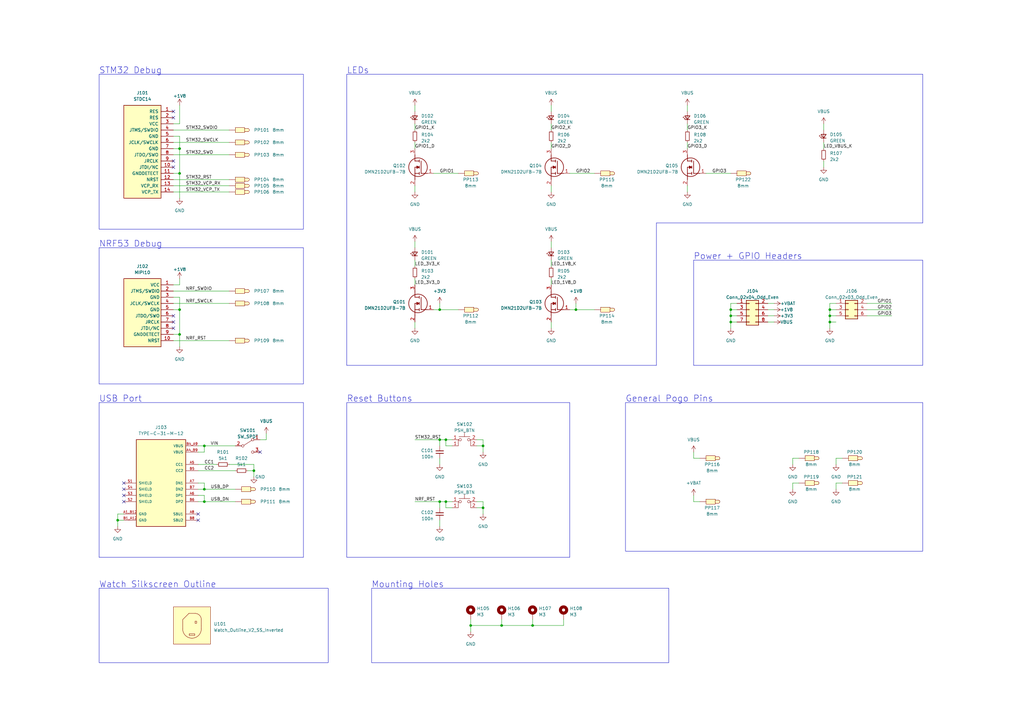
<source format=kicad_sch>
(kicad_sch (version 20230121) (generator eeschema)
  (paper "A3")
  (title_block (title "Watch Test Rig") (date "2023-12-30") (rev "2") (comment 1 "Checked by Ben Smith 30/12/23"))
  (lib_symbols
    (symbol "Connector_Generic:Conn_02x03_Odd_Even" (pin_names (offset 1.016) hide)
      (property "Reference" "J" (at 1.27 5.08 0))
      (property "Value" "Conn_02x03_Odd_Even" (at 1.27 -5.08 0))
      (symbol "Conn_02x03_Odd_Even_1_1"
        (rectangle (start -1.27 -2.413) (end 0 -2.667) (stroke (width 0.1524)))
        (rectangle (start -1.27 0.127) (end 0 -0.127) (stroke (width 0.1524)))
        (rectangle (start -1.27 2.667) (end 0 2.413) (stroke (width 0.1524)))
        (rectangle (start -1.27 3.81) (end 3.81 -3.81) (stroke (width 0.254)) (fill (type background)))
        (rectangle (start 3.81 -2.413) (end 2.54 -2.667) (stroke (width 0.1524)))
        (rectangle (start 3.81 0.127) (end 2.54 -0.127) (stroke (width 0.1524)))
        (rectangle (start 3.81 2.667) (end 2.54 2.413) (stroke (width 0.1524)))
        (pin passive line (at -5.08 2.54 0) (length 3.81) (name "Pin_1") (number "1"))
        (pin passive line (at 7.62 2.54 180) (length 3.81) (name "Pin_2") (number "2"))
        (pin passive line (at -5.08 0 0) (length 3.81) (name "Pin_3") (number "3"))
        (pin passive line (at 7.62 0 180) (length 3.81) (name "Pin_4") (number "4"))
        (pin passive line (at -5.08 -2.54 0) (length 3.81) (name "Pin_5") (number "5"))
        (pin passive line (at 7.62 -2.54 180) (length 3.81) (name "Pin_6") (number "6"))
      )
    )
    (symbol "Connector_Generic:Conn_02x04_Odd_Even" (pin_names (offset 1.016) hide)
      (property "Reference" "J" (at 1.27 5.08 0))
      (property "Value" "Conn_02x04_Odd_Even" (at 1.27 -7.62 0))
      (symbol "Conn_02x04_Odd_Even_1_1"
        (rectangle (start -1.27 -4.953) (end 0 -5.207) (stroke (width 0.1524)))
        (rectangle (start -1.27 -2.413) (end 0 -2.667) (stroke (width 0.1524)))
        (rectangle (start -1.27 0.127) (end 0 -0.127) (stroke (width 0.1524)))
        (rectangle (start -1.27 2.667) (end 0 2.413) (stroke (width 0.1524)))
        (rectangle (start -1.27 3.81) (end 3.81 -6.35) (stroke (width 0.254)) (fill (type background)))
        (rectangle (start 3.81 -4.953) (end 2.54 -5.207) (stroke (width 0.1524)))
        (rectangle (start 3.81 -2.413) (end 2.54 -2.667) (stroke (width 0.1524)))
        (rectangle (start 3.81 0.127) (end 2.54 -0.127) (stroke (width 0.1524)))
        (rectangle (start 3.81 2.667) (end 2.54 2.413) (stroke (width 0.1524)))
        (pin passive line (at -5.08 2.54 0) (length 3.81) (name "Pin_1") (number "1"))
        (pin passive line (at 7.62 2.54 180) (length 3.81) (name "Pin_2") (number "2"))
        (pin passive line (at -5.08 0 0) (length 3.81) (name "Pin_3") (number "3"))
        (pin passive line (at 7.62 0 180) (length 3.81) (name "Pin_4") (number "4"))
        (pin passive line (at -5.08 -2.54 0) (length 3.81) (name "Pin_5") (number "5"))
        (pin passive line (at 7.62 -2.54 180) (length 3.81) (name "Pin_6") (number "6"))
        (pin passive line (at -5.08 -5.08 0) (length 3.81) (name "Pin_7") (number "7"))
        (pin passive line (at 7.62 -5.08 180) (length 3.81) (name "Pin_8") (number "8"))
      )
    )
    (symbol "DMN21D2UFB-7B:DMN21D2UFB-7B" (pin_names hide)
      (property "Reference" "Q" (at 11.43 3.81 0))
      (property "Value" "DMN21D2UFB-7B" (at 11.43 1.27 0))
      (symbol "DMN21D2UFB-7B_1_1"
        (polyline (pts (xy 2.54 0) (xy 5.08 0)) (stroke (width 0.254)))
        (polyline (pts (xy 5.08 5.08) (xy 5.08 0)) (stroke (width 0.254)))
        (polyline (pts (xy 5.842 -0.508) (xy 5.842 0.508)) (stroke (width 0.254)))
        (polyline (pts (xy 5.842 0) (xy 7.62 0)) (stroke (width 0.254)))
        (polyline (pts (xy 5.842 2.032) (xy 5.842 3.048)) (stroke (width 0.254)))
        (polyline (pts (xy 5.842 5.588) (xy 5.842 4.572)) (stroke (width 0.254)))
        (polyline (pts (xy 7.62 2.54) (xy 5.842 2.54)) (stroke (width 0.254)))
        (polyline (pts (xy 7.62 2.54) (xy 7.62 -2.54)) (stroke (width 0.254)))
        (polyline (pts (xy 7.62 5.08) (xy 5.842 5.08)) (stroke (width 0.254)))
        (polyline (pts (xy 7.62 5.08) (xy 7.62 7.62)) (stroke (width 0.254)))
        (polyline (pts (xy 5.842 2.54) (xy 6.858 3.048) (xy 6.858 2.032) (xy 5.842 2.54)) (stroke (width 0.254)) (fill (type outline)))
        (circle (center 6.35 2.54) (radius 3.81) (stroke (width 0.254)))
        (pin passive line (at 0 0 0) (length 2.54) (name "G") (number "1"))
        (pin passive line (at 7.62 -5.08 90) (length 2.54) (name "S") (number "2"))
        (pin passive line (at 7.62 10.16 270) (length 2.54) (name "D") (number "3"))
      )
    )
    (symbol "Device:C_Small" (pin_numbers hide) (pin_names (offset 0.254) hide)
      (property "Reference" "C" (at 0.254 1.778 0))
      (property "Value" "C_Small" (at 0.254 -2.032 0))
      (symbol "C_Small_0_1"
        (polyline (pts (xy -1.524 -0.508) (xy 1.524 -0.508)) (stroke (width 0.3302)))
        (polyline (pts (xy -1.524 0.508) (xy 1.524 0.508)) (stroke (width 0.3048)))
      )
      (symbol "C_Small_1_1"
        (pin passive line (at 0 2.54 270) (length 2.032) (name "~") (number "1"))
        (pin passive line (at 0 -2.54 90) (length 2.032) (name "~") (number "2"))
      )
    )
    (symbol "Device:LED_Small" (pin_numbers hide) (pin_names (offset 0.254) hide)
      (property "Reference" "D" (at -1.27 3.175 0))
      (property "Value" "LED_Small" (at -4.445 -2.54 0))
      (symbol "LED_Small_0_1"
        (polyline (pts (xy -0.762 -1.016) (xy -0.762 1.016)) (stroke (width 0.254)))
        (polyline (pts (xy 1.016 0) (xy -0.762 0)))
        (polyline (pts (xy 0.762 -1.016) (xy -0.762 0) (xy 0.762 1.016) (xy 0.762 -1.016)) (stroke (width 0.254)))
        (polyline (pts (xy 0 0.762) (xy -0.508 1.27) (xy -0.254 1.27) (xy -0.508 1.27) (xy -0.508 1.016)))
        (polyline (pts (xy 0.508 1.27) (xy 0 1.778) (xy 0.254 1.778) (xy 0 1.778) (xy 0 1.524)))
      )
      (symbol "LED_Small_1_1"
        (pin passive line (at -2.54 0 0) (length 1.778) (name "K") (number "1"))
        (pin passive line (at 2.54 0 180) (length 1.778) (name "A") (number "2"))
      )
    )
    (symbol "Device:R_Small" (pin_numbers hide) (pin_names (offset 0.254) hide)
      (property "Reference" "R" (at 0.762 0.508 0))
      (property "Value" "R_Small" (at 0.762 -1.016 0))
      (symbol "R_Small_0_1"
        (rectangle (start -0.762 1.778) (end 0.762 -1.778) (stroke (width 0.2032)))
      )
      (symbol "R_Small_1_1"
        (pin passive line (at 0 2.54 270) (length 0.762) (name "~") (number "1"))
        (pin passive line (at 0 -2.54 90) (length 0.762) (name "~") (number "2"))
      )
    )
    (symbol "Mechanical:MountingHole_Pad" (pin_numbers hide) (pin_names (offset 1.016) hide)
      (property "Reference" "H" (at 0 6.35 0))
      (property "Value" "MountingHole_Pad" (at 0 4.445 0))
      (symbol "MountingHole_Pad_0_1"
        (circle (center 0 1.27) (radius 1.27) (stroke (width 1.27)))
      )
      (symbol "MountingHole_Pad_1_1"
        (pin input line (at 0 -2.54 90) (length 2.54) (name "1") (number "1"))
      )
    )
    (symbol "Switch:SW_SPDT" (pin_names (offset 0) hide)
      (property "Reference" "SW" (at 0 4.318 0))
      (property "Value" "SW_SPDT" (at 0 -5.08 0))
      (symbol "SW_SPDT_0_0"
        (circle (center -2.032 0) (radius 0.508))
        (circle (center 2.032 -2.54) (radius 0.508))
      )
      (symbol "SW_SPDT_0_1"
        (polyline (pts (xy -1.524 0.254) (xy 1.651 2.286)))
        (circle (center 2.032 2.54) (radius 0.508))
      )
      (symbol "SW_SPDT_1_1"
        (pin passive line (at 5.08 2.54 180) (length 2.54) (name "A") (number "1"))
        (pin passive line (at -5.08 0 0) (length 2.54) (name "B") (number "2"))
        (pin passive line (at 5.08 -2.54 180) (length 2.54) (name "C") (number "3"))
      )
    )
    (symbol "TYPE-C-31-M-12:TYPE-C-31-M-12" (pin_names (offset 1.016))
      (property "Reference" "J" (at 0 16.51 0))
      (property "Value" "TYPE-C-31-M-12" (at 0 15.24 0))
      (symbol "TYPE-C-31-M-12_0_0"
        (rectangle (start -10.16 12.7) (end 10.16 -22.86) (stroke (width 0.254)) (fill (type background)))
        (pin power_in line (at 15.24 -17.78 180) (length 5.08) (name "GND") (number "A1_B12"))
        (pin power_in line (at -15.24 7.62 0) (length 5.08) (name "VBUS") (number "A4_B9"))
        (pin bidirectional line (at -15.24 2.54 0) (length 5.08) (name "CC1") (number "A5"))
        (pin bidirectional line (at -15.24 -10.16 0) (length 5.08) (name "DP1") (number "A6"))
        (pin bidirectional line (at -15.24 -5.08 0) (length 5.08) (name "DN1") (number "A7"))
        (pin bidirectional line (at -15.24 -17.78 0) (length 5.08) (name "SBU1") (number "A8"))
        (pin power_in line (at 15.24 -20.32 180) (length 5.08) (name "GND") (number "B1_A12"))
        (pin power_in line (at -15.24 10.16 0) (length 5.08) (name "VBUS") (number "B4_A9"))
        (pin bidirectional line (at -15.24 0 0) (length 5.08) (name "CC2") (number "B5"))
        (pin bidirectional line (at -15.24 -12.7 0) (length 5.08) (name "DP2") (number "B6"))
        (pin bidirectional line (at -15.24 -7.62 0) (length 5.08) (name "DN2") (number "B7"))
        (pin bidirectional line (at -15.24 -20.32 0) (length 5.08) (name "SBU2") (number "B8"))
        (pin passive line (at 15.24 -12.7 180) (length 5.08) (name "SHIELD") (number "S2"))
        (pin passive line (at 15.24 -10.16 180) (length 5.08) (name "SHIELD") (number "S3"))
        (pin passive line (at 15.24 -7.62 180) (length 5.08) (name "SHIELD") (number "S4"))
      )
      (symbol "TYPE-C-31-M-12_1_0"
        (pin passive line (at 15.24 -5.08 180) (length 5.08) (name "SHIELD") (number "S1"))
      )
    )
    (symbol "power:+1V8" (power) (pin_names (offset 0))
      (property "Value" "+1V8" (at 0 3.556 0))
      (symbol "+1V8_0_1"
        (polyline (pts (xy -0.762 1.27) (xy 0 2.54)))
        (polyline (pts (xy 0 0) (xy 0 2.54)))
        (polyline (pts (xy 0 2.54) (xy 0.762 1.27)))
      )
      (symbol "+1V8_1_1"
        (pin power_in line (at 0 0 90) (length 0) hide (name "+1V8") (number "1"))
      )
    )
    (symbol "power:+3V3" (power) (pin_names (offset 0))
      (property "Value" "+3V3" (at 0 3.556 0))
      (symbol "+3V3_0_1"
        (polyline (pts (xy -0.762 1.27) (xy 0 2.54)))
        (polyline (pts (xy 0 0) (xy 0 2.54)))
        (polyline (pts (xy 0 2.54) (xy 0.762 1.27)))
      )
      (symbol "+3V3_1_1"
        (pin power_in line (at 0 0 90) (length 0) hide (name "+3V3") (number "1"))
      )
    )
    (symbol "power:GND" (power) (pin_names (offset 0))
      (property "Value" "GND" (at 0 -3.81 0))
      (symbol "GND_0_1"
        (polyline (pts (xy 0 0) (xy 0 -1.27) (xy 1.27 -1.27) (xy 0 -2.54) (xy -1.27 -1.27) (xy 0 -1.27)))
      )
      (symbol "GND_1_1"
        (pin power_in line (at 0 0 270) (length 0) hide (name "GND") (number "1"))
      )
    )
    (symbol "power:VBUS" (power) (pin_names (offset 0))
      (property "Value" "VBUS" (at 0 3.81 0))
      (symbol "VBUS_0_1"
        (polyline (pts (xy -0.762 1.27) (xy 0 2.54)))
        (polyline (pts (xy 0 0) (xy 0 2.54)))
        (polyline (pts (xy 0 2.54) (xy 0.762 1.27)))
      )
      (symbol "VBUS_1_1"
        (pin power_in line (at 0 0 90) (length 0) hide (name "VBUS") (number "1"))
      )
    )
    (symbol "watch_symbols_lib:+VBAT" (power) (pin_names (offset 0))
      (property "Value" "+VBAT" (at 0 3.556 0))
      (symbol "+VBAT_0_1"
        (polyline (pts (xy -0.762 1.27) (xy 0 2.54)))
        (polyline (pts (xy 0 0) (xy 0 2.54)))
        (polyline (pts (xy 0 2.54) (xy 0.762 1.27)))
      )
      (symbol "+VBAT_1_1"
        (pin power_in line (at 0 0 90) (length 0) hide (name "+VBAT") (number "1"))
      )
    )
    (symbol "watch_symbols_lib:MIPI10"
      (property "Reference" "J" (at 0 17.78 0))
      (property "Value" "MIPI10" (at 0 15.24 0))
      (symbol "MIPI10_1_1"
        (rectangle (start -7.62 12.7) (end 7.62 -15.24) (stroke (width 0.254)) (fill (type background)))
        (pin passive line (at -12.7 10.16 0) (length 5.08) (name "VCC") (number "1"))
        (pin passive line (at -12.7 -12.7 0) (length 5.08) (name "NRST") (number "10"))
        (pin passive line (at -12.7 7.62 0) (length 5.08) (name "JTMS/SWDIO") (number "2"))
        (pin passive line (at -12.7 5.08 0) (length 5.08) (name "GND") (number "3"))
        (pin passive line (at -12.7 2.54 0) (length 5.08) (name "JCLK/SWCLK") (number "4"))
        (pin passive line (at -12.7 0 0) (length 5.08) (name "GND") (number "5"))
        (pin passive line (at -12.7 -2.54 0) (length 5.08) (name "JTDO/SWO") (number "6"))
        (pin passive line (at -12.7 -5.08 0) (length 5.08) (name "JRCLK") (number "7"))
        (pin passive line (at -12.7 -7.62 0) (length 5.08) (name "JTDI/NC") (number "8"))
        (pin passive line (at -12.7 -10.16 0) (length 5.08) (name "GNDDETECT") (number "9"))
      )
    )
    (symbol "watch_symbols_lib:PSH_BTN" (pin_names (offset 1.016) hide)
      (property "Reference" "SW" (at -1.27 10.16 0))
      (property "Value" "PSH_BTN" (at 0 6.985 0))
      (symbol "PSH_BTN_0_1"
        (circle (center -1.778 2.54) (radius 0.508))
        (polyline (pts (xy -2.286 3.81) (xy 2.286 3.81)))
        (polyline (pts (xy 0 3.81) (xy 0 5.588)))
        (polyline (pts (xy -2.54 0) (xy -2.54 2.54) (xy -2.286 2.54)))
        (polyline (pts (xy 2.54 0) (xy 2.54 2.54) (xy 2.286 2.54)))
        (circle (center 1.778 2.54) (radius 0.508))
        (pin passive line (at -5.08 0 0) (length 2.54) (name "1") (number "1"))
        (pin passive line (at -5.08 2.54 0) (length 2.54) (name "1") (number "1"))
        (pin passive line (at 5.08 0 180) (length 2.54) (name "2") (number "2"))
        (pin passive line (at 5.08 2.54 180) (length 2.54) (name "2") (number "2"))
      )
    )
    (symbol "watch_symbols_lib:Pogo_Pin_8mm_SMD" (pin_numbers hide) (pin_names (offset 0.762) hide)
      (property "Reference" "PP" (at 0 8.89 0))
      (property "Value" "Pogo_Pin_8mm_SMD" (at 0 7.112 0))
      (symbol "Pogo_Pin_8mm_SMD_0_1"
        (polyline (pts (xy -0.635 3.81) (xy -0.635 3.81) (xy -0.635 5.08)))
        (polyline (pts (xy 0.635 3.81) (xy 0.635 3.81) (xy 0.635 5.08)))
        (arc (start 0 5.715) (mid -0.449 5.529) (end -0.635 5.08))
        (arc (start 0.635 5.08) (mid 0.449 5.529) (end 0 5.715))
      )
      (symbol "Pogo_Pin_8mm_SMD_1_1"
        (rectangle (start -1.016 3.81) (end 1.016 0) (fill (type background)))
        (rectangle (start -0.635 5.08) (end 0.635 3.81) (stroke (width -0.0001)) (fill (type background)))
        (circle (center 0 5.08) (radius 0.635) (stroke (width -0.0001)) (fill (type background)))
        (pin passive line (at 0 -2.54 90) (length 2.54) (name "1") (number "1"))
      )
    )
    (symbol "watch_symbols_lib:STDC14" (pin_names (offset 1.016))
      (property "Reference" "J" (at 0 22.86 0))
      (property "Value" "STDC14" (at 0 20.32 0))
      (symbol "STDC14_1_1"
        (rectangle (start -7.62 17.78) (end 7.62 -20.32) (stroke (width 0.254)) (fill (type background)))
        (pin passive line (at -12.7 15.24 0) (length 5.08) (name "RES") (number "1"))
        (pin passive line (at -12.7 -7.62 0) (length 5.08) (name "JTDI/NC") (number "10"))
        (pin passive line (at -12.7 -10.16 0) (length 5.08) (name "GNDDETECT") (number "11"))
        (pin passive line (at -12.7 -12.7 0) (length 5.08) (name "NRST") (number "12"))
        (pin passive line (at -12.7 -15.24 0) (length 5.08) (name "VCP_RX") (number "13"))
        (pin passive line (at -12.7 -17.78 0) (length 5.08) (name "VCP_TX") (number "14"))
        (pin passive line (at -12.7 12.7 0) (length 5.08) (name "RES") (number "2"))
        (pin passive line (at -12.7 10.16 0) (length 5.08) (name "VCC") (number "3"))
        (pin passive line (at -12.7 7.62 0) (length 5.08) (name "JTMS/SWDIO") (number "4"))
        (pin passive line (at -12.7 5.08 0) (length 5.08) (name "GND") (number "5"))
        (pin passive line (at -12.7 2.54 0) (length 5.08) (name "JCLK/SWCLK") (number "6"))
        (pin passive line (at -12.7 0 0) (length 5.08) (name "GND") (number "7"))
        (pin passive line (at -12.7 -2.54 0) (length 5.08) (name "JTDO/SWO") (number "8"))
        (pin passive line (at -12.7 -5.08 0) (length 5.08) (name "JRCLK") (number "9"))
      )
    )
    (symbol "watch_symbols_lib:Watch_Outline_V2_SS_Inverted" (pin_numbers hide) (pin_names (offset 0) hide) (in_bom no)
      (property "Reference" "U" (at 0 12.7 0))
      (property "Value" "Watch_Outline_V2_SS_Inverted" (at 0 10.16 0))
      (symbol "Watch_Outline_V2_SS_Inverted_1_1"
        (rectangle (start -7.62 7.62) (end 7.62 -7.62) (fill (type background)))
        (arc (start -3.81 -1.397) (mid -2.6941 -4.0911) (end 0 -5.207))
        (rectangle (start -1.143 -3.429) (end 1.143 -4.064))
        (arc (start 0 -5.207) (mid 2.6941 -4.0911) (end 3.81 -1.397))
        (polyline (pts (xy -1.27 4.953) (xy 1.27 4.953)))
        (polyline (pts (xy 3.81 -1.397) (xy 3.81 -0.127)))
        (polyline (pts (xy 3.81 2.413) (xy 3.81 -0.127)))
        (polyline (pts (xy -1.27 4.953) (xy -3.81 2.413) (xy -3.81 -1.397)))
        (rectangle (start 1.27 1.778) (end 1.905 0.889))
        (arc (start 3.818 2.421) (mid 3.0717 4.2147) (end 1.278 4.961))
      )
    )
  )
  (junction (at 73.66 127))
  (junction (at 73.66 71.12))
  (junction (at 83.82 205.74))
  (junction (at 299.72 129.54))
  (junction (at 182.88 205.74))
  (junction (at 48.26 213.36))
  (junction (at 182.88 180.34))
  (junction (at 193.04 256.54))
  (junction (at 180.34 180.34))
  (junction (at 340.36 132.08))
  (junction (at 299.72 132.08))
  (junction (at 340.36 127))
  (junction (at 205.74 256.54))
  (junction (at 180.34 205.74))
  (junction (at 198.12 208.28))
  (junction (at 218.44 256.54))
  (junction (at 104.14 193.04))
  (junction (at 73.66 137.16))
  (junction (at 73.66 60.96))
  (junction (at 83.82 200.66))
  (junction (at 236.22 127))
  (junction (at 340.36 129.54))
  (junction (at 180.34 127))
  (junction (at 198.12 182.88))
  (junction (at 299.72 127))
  (junction (at 83.82 182.88))
  (no_connect (at 71.12 66.04))
  (no_connect (at 50.8 203.2))
  (no_connect (at 71.12 129.54))
  (no_connect (at 81.28 213.36))
  (no_connect (at 71.12 48.26))
  (no_connect (at 81.28 210.82))
  (no_connect (at 71.12 68.58))
  (no_connect (at 50.8 200.66))
  (no_connect (at 71.12 134.62))
  (no_connect (at 50.8 205.74))
  (no_connect (at 50.8 198.12))
  (no_connect (at 106.68 185.42))
  (no_connect (at 71.12 45.72))
  (no_connect (at 71.12 132.08))
  (wire (pts (xy 170.18 50.8) (xy 170.18 53.34)))
  (wire (pts (xy 198.12 182.88) (xy 198.12 185.42)))
  (wire (pts (xy 299.72 124.46) (xy 302.26 124.46)))
  (wire (pts (xy 185.42 208.28) (xy 182.88 208.28)))
  (wire (pts (xy 182.88 208.28) (xy 182.88 205.74)))
  (wire (pts (xy 71.12 78.74) (xy 93.98 78.74)))
  (wire (pts (xy 281.94 43.18) (xy 281.94 45.72)))
  (wire (pts (xy 180.34 187.96) (xy 180.34 190.5)))
  (wire (pts (xy 81.28 198.12) (xy 83.82 198.12)))
  (wire (pts (xy 299.72 132.08) (xy 302.26 132.08)))
  (wire (pts (xy 342.9 200.66) (xy 342.9 198.12)))
  (wire (pts (xy 170.18 114.3) (xy 170.18 116.84)))
  (wire (pts (xy 73.66 81.28) (xy 73.66 71.12)))
  (wire (pts (xy 81.28 193.04) (xy 96.52 193.04)))
  (wire (pts (xy 71.12 116.84) (xy 73.66 116.84)))
  (wire (pts (xy 355.6 127) (xy 365.76 127)))
  (wire (pts (xy 83.82 182.88) (xy 83.82 185.42)))
  (wire (pts (xy 284.48 185.42) (xy 284.48 187.96)))
  (wire (pts (xy 281.94 50.8) (xy 281.94 53.34)))
  (wire (pts (xy 302.26 127) (xy 299.72 127)))
  (wire (pts (xy 170.18 205.74) (xy 180.34 205.74)))
  (wire (pts (xy 317.5 124.46) (xy 314.96 124.46)))
  (wire (pts (xy 170.18 180.34) (xy 180.34 180.34)))
  (wire (pts (xy 284.48 187.96) (xy 287.02 187.96)))
  (wire (pts (xy 101.6 193.04) (xy 104.14 193.04)))
  (wire (pts (xy 81.28 205.74) (xy 83.82 205.74)))
  (wire (pts (xy 48.26 210.82) (xy 48.26 213.36)))
  (wire (pts (xy 195.58 205.74) (xy 198.12 205.74)))
  (wire (pts (xy 299.72 124.46) (xy 299.72 127)))
  (wire (pts (xy 71.12 63.5) (xy 93.98 63.5)))
  (wire (pts (xy 71.12 139.7) (xy 93.98 139.7)))
  (wire (pts (xy 281.94 78.74) (xy 281.94 76.2)))
  (wire (pts (xy 83.82 182.88) (xy 96.52 182.88)))
  (wire (pts (xy 71.12 127) (xy 73.66 127)))
  (wire (pts (xy 185.42 182.88) (xy 182.88 182.88)))
  (wire (pts (xy 226.06 50.8) (xy 226.06 53.34)))
  (wire (pts (xy 325.12 200.66) (xy 325.12 198.12)))
  (wire (pts (xy 195.58 208.28) (xy 198.12 208.28)))
  (wire (pts (xy 73.66 137.16) (xy 73.66 142.24)))
  (polyline (pts (xy 269.24 149.86) (xy 142.24 149.86)))
  (wire (pts (xy 226.06 78.74) (xy 226.06 76.2)))
  (polyline (pts (xy 378.46 30.48) (xy 378.46 91.44)))
  (wire (pts (xy 73.66 121.92) (xy 73.66 127)))
  (wire (pts (xy 226.06 134.62) (xy 226.06 132.08)))
  (wire (pts (xy 337.82 58.42) (xy 337.82 60.96)))
  (wire (pts (xy 236.22 127) (xy 243.84 127)))
  (wire (pts (xy 48.26 213.36) (xy 50.8 213.36)))
  (wire (pts (xy 73.66 71.12) (xy 73.66 60.96)))
  (wire (pts (xy 71.12 71.12) (xy 73.66 71.12)))
  (wire (pts (xy 355.6 124.46) (xy 365.76 124.46)))
  (wire (pts (xy 340.36 129.54) (xy 340.36 132.08)))
  (wire (pts (xy 342.9 187.96) (xy 345.44 187.96)))
  (wire (pts (xy 340.36 124.46) (xy 342.9 124.46)))
  (wire (pts (xy 170.18 134.62) (xy 170.18 132.08)))
  (wire (pts (xy 170.18 78.74) (xy 170.18 76.2)))
  (wire (pts (xy 337.82 66.04) (xy 337.82 68.58)))
  (wire (pts (xy 180.34 213.36) (xy 180.34 215.9)))
  (polyline (pts (xy 142.24 149.86) (xy 142.24 30.48)))
  (wire (pts (xy 299.72 132.08) (xy 299.72 134.62)))
  (wire (pts (xy 71.12 121.92) (xy 73.66 121.92)))
  (wire (pts (xy 93.98 190.5) (xy 104.14 190.5)))
  (wire (pts (xy 340.36 124.46) (xy 340.36 127)))
  (wire (pts (xy 193.04 256.54) (xy 193.04 254)))
  (wire (pts (xy 104.14 193.04) (xy 104.14 195.58)))
  (wire (pts (xy 71.12 58.42) (xy 93.98 58.42)))
  (polyline (pts (xy 378.46 91.44) (xy 269.24 91.44)))
  (wire (pts (xy 236.22 124.46) (xy 236.22 127)))
  (wire (pts (xy 205.74 256.54) (xy 205.74 254)))
  (wire (pts (xy 71.12 53.34) (xy 93.98 53.34)))
  (wire (pts (xy 195.58 180.34) (xy 198.12 180.34)))
  (wire (pts (xy 71.12 55.88) (xy 73.66 55.88)))
  (wire (pts (xy 284.48 205.74) (xy 287.02 205.74)))
  (wire (pts (xy 325.12 198.12) (xy 327.66 198.12)))
  (wire (pts (xy 226.06 43.18) (xy 226.06 45.72)))
  (wire (pts (xy 342.9 198.12) (xy 345.44 198.12)))
  (wire (pts (xy 355.6 129.54) (xy 365.76 129.54)))
  (wire (pts (xy 281.94 58.42) (xy 281.94 60.96)))
  (wire (pts (xy 180.34 127) (xy 187.96 127)))
  (wire (pts (xy 342.9 190.5) (xy 342.9 187.96)))
  (wire (pts (xy 73.66 43.18) (xy 73.66 50.8)))
  (wire (pts (xy 83.82 205.74) (xy 96.52 205.74)))
  (wire (pts (xy 81.28 190.5) (xy 88.9 190.5)))
  (wire (pts (xy 177.8 127) (xy 180.34 127)))
  (wire (pts (xy 193.04 256.54) (xy 193.04 259.08)))
  (wire (pts (xy 104.14 190.5) (xy 104.14 193.04)))
  (wire (pts (xy 81.28 203.2) (xy 83.82 203.2)))
  (wire (pts (xy 340.36 129.54) (xy 342.9 129.54)))
  (wire (pts (xy 48.26 213.36) (xy 48.26 215.9)))
  (wire (pts (xy 83.82 205.74) (xy 83.82 203.2)))
  (wire (pts (xy 299.72 127) (xy 299.72 129.54)))
  (wire (pts (xy 226.06 99.06) (xy 226.06 101.6)))
  (wire (pts (xy 71.12 137.16) (xy 73.66 137.16)))
  (wire (pts (xy 289.56 71.12) (xy 299.72 71.12)))
  (wire (pts (xy 337.82 50.8) (xy 337.82 53.34)))
  (wire (pts (xy 185.42 180.34) (xy 182.88 180.34)))
  (wire (pts (xy 193.04 256.54) (xy 205.74 256.54)))
  (wire (pts (xy 83.82 198.12) (xy 83.82 200.66)))
  (wire (pts (xy 180.34 205.74) (xy 182.88 205.74)))
  (wire (pts (xy 170.18 99.06) (xy 170.18 101.6)))
  (wire (pts (xy 185.42 205.74) (xy 182.88 205.74)))
  (wire (pts (xy 342.9 127) (xy 340.36 127)))
  (wire (pts (xy 81.28 182.88) (xy 83.82 182.88)))
  (wire (pts (xy 170.18 43.18) (xy 170.18 45.72)))
  (wire (pts (xy 109.22 177.8) (xy 109.22 180.34)))
  (wire (pts (xy 317.5 127) (xy 314.96 127)))
  (wire (pts (xy 284.48 203.2) (xy 284.48 205.74)))
  (wire (pts (xy 73.66 127) (xy 73.66 137.16)))
  (wire (pts (xy 340.36 132.08) (xy 340.36 134.62)))
  (wire (pts (xy 340.36 132.08) (xy 342.9 132.08)))
  (wire (pts (xy 226.06 106.68) (xy 226.06 109.22)))
  (wire (pts (xy 182.88 182.88) (xy 182.88 180.34)))
  (wire (pts (xy 233.68 127) (xy 236.22 127)))
  (wire (pts (xy 81.28 200.66) (xy 83.82 200.66)))
  (wire (pts (xy 50.8 210.82) (xy 48.26 210.82)))
  (wire (pts (xy 71.12 50.8) (xy 73.66 50.8)))
  (wire (pts (xy 73.66 55.88) (xy 73.66 60.96)))
  (wire (pts (xy 198.12 208.28) (xy 198.12 210.82)))
  (wire (pts (xy 299.72 129.54) (xy 302.26 129.54)))
  (wire (pts (xy 226.06 114.3) (xy 226.06 116.84)))
  (wire (pts (xy 317.5 129.54) (xy 314.96 129.54)))
  (wire (pts (xy 340.36 127) (xy 340.36 129.54)))
  (wire (pts (xy 180.34 205.74) (xy 180.34 208.28)))
  (wire (pts (xy 325.12 187.96) (xy 327.66 187.96)))
  (wire (pts (xy 325.12 190.5) (xy 325.12 187.96)))
  (wire (pts (xy 198.12 180.34) (xy 198.12 182.88)))
  (wire (pts (xy 198.12 205.74) (xy 198.12 208.28)))
  (polyline (pts (xy 269.24 91.44) (xy 269.24 149.86)))
  (wire (pts (xy 180.34 180.34) (xy 180.34 182.88)))
  (wire (pts (xy 205.74 256.54) (xy 218.44 256.54)))
  (wire (pts (xy 73.66 114.3) (xy 73.66 116.84)))
  (wire (pts (xy 71.12 119.38) (xy 93.98 119.38)))
  (wire (pts (xy 73.66 60.96) (xy 71.12 60.96)))
  (wire (pts (xy 71.12 73.66) (xy 93.98 73.66)))
  (wire (pts (xy 170.18 106.68) (xy 170.18 109.22)))
  (wire (pts (xy 71.12 76.2) (xy 93.98 76.2)))
  (wire (pts (xy 71.12 124.46) (xy 93.98 124.46)))
  (wire (pts (xy 233.68 71.12) (xy 243.84 71.12)))
  (wire (pts (xy 180.34 180.34) (xy 182.88 180.34)))
  (wire (pts (xy 195.58 182.88) (xy 198.12 182.88)))
  (wire (pts (xy 218.44 256.54) (xy 218.44 254)))
  (wire (pts (xy 177.8 71.12) (xy 187.96 71.12)))
  (wire (pts (xy 226.06 58.42) (xy 226.06 60.96)))
  (wire (pts (xy 81.28 185.42) (xy 83.82 185.42)))
  (wire (pts (xy 106.68 180.34) (xy 109.22 180.34)))
  (wire (pts (xy 170.18 58.42) (xy 170.18 60.96)))
  (wire (pts (xy 218.44 256.54) (xy 231.14 256.54)))
  (wire (pts (xy 299.72 129.54) (xy 299.72 132.08)))
  (polyline (pts (xy 142.24 30.48) (xy 378.46 30.48)))
  (wire (pts (xy 180.34 124.46) (xy 180.34 127)))
  (wire (pts (xy 317.5 132.08) (xy 314.96 132.08)))
  (wire (pts (xy 83.82 200.66) (xy 96.52 200.66)))
  (wire (pts (xy 231.14 256.54) (xy 231.14 254)))
  (rectangle (start 40.64 241.3) (end 134.62 271.78))
  (rectangle (start 284.48 106.68) (end 378.46 149.86))
  (rectangle (start 40.64 101.6) (end 124.46 157.48))
  (rectangle (start 40.64 165.1) (end 124.46 228.6))
  (rectangle (start 142.24 165.1) (end 233.68 228.6))
  (rectangle (start 152.4 241.3) (end 274.32 271.78))
  (rectangle (start 256.54 165.1) (end 378.46 226.06))
  (rectangle (start 40.64 30.48) (end 124.46 93.98))
  (text "Mounting Holes" (at 152.4 241.3 0) (effects (font (size 2.54 2.54)) (justify left bottom)))
  (text "Watch Silkscreen Outline" (at 40.64 241.3 0) (effects (font (size 2.54 2.54)) (justify left bottom)))
  (text "STM32 Debug" (at 40.64 30.48 0) (effects (font (size 2.54 2.54)) (justify left bottom)))
  (text "USB Port" (at 40.64 165.1 0) (effects (font (size 2.54 2.54)) (justify left bottom)))
  (text "Reset Buttons" (at 142.24 165.1 0) (effects (font (size 2.54 2.54)) (justify left bottom)))
  (text "General Pogo Pins" (at 256.54 165.1 0) (effects (font (size 2.54 2.54)) (justify left bottom)))
  (text "Power + GPIO Headers" (at 284.48 106.68 0) (effects (font (size 2.54 2.54)) (justify left bottom)))
  (text "LEDs" (at 142.24 30.48 0) (effects (font (size 2.54 2.54)) (justify left bottom)))
  (text "NRF53 Debug" (at 40.64 101.6 0) (effects (font (size 2.54 2.54)) (justify left bottom)))
  (label "GPIO3_K" (at 281.94 53.34 0))
  (label "STM32_SWCLK" (at 76.2 58.42 0))
  (label "LED_3V3_D" (at 170.18 116.84 0))
  (label "LED_VBUS_K" (at 337.82 60.96 0))
  (label "NRF_SWDIO" (at 76.2 119.38 0))
  (label "LED_3V3_K" (at 170.18 109.22 0))
  (label "STM32_SWDIO" (at 76.2 53.34 0))
  (label "NRF_SWCLK" (at 76.2 124.46 0))
  (label "VIN" (at 86.36 182.88 0))
  (label "CC1" (at 83.82 190.5 0))
  (label "GPIO2_D" (at 226.06 60.96 0))
  (label "GPIO3_D" (at 281.94 60.96 0))
  (label "STM32_SWO" (at 76.2 63.5 0))
  (label "LED_1V8_D" (at 226.06 116.84 0))
  (label "NRF_RST" (at 170.18 205.74 0))
  (label "GPIO1" (at 180.34 71.12 0))
  (label "STM32_VCP_TX" (at 76.2 78.74 0))
  (label "GPIO1_D" (at 170.18 60.96 0))
  (label "STM32_RST" (at 76.2 73.66 0))
  (label "LED_1V8_K" (at 226.06 109.22 0))
  (label "STM32_VCP_RX" (at 76.2 76.2 0))
  (label "USB_DP" (at 86.36 200.66 0))
  (label "USB_DN" (at 86.36 205.74 0))
  (label "GPIO2_K" (at 226.06 53.34 0))
  (label "GPIO1_K" (at 170.18 53.34 0))
  (label "GPIO3" (at 365.76 129.54 180))
  (label "GPIO2" (at 236.22 71.12 0))
  (label "STM32_RST" (at 170.18 180.34 0))
  (label "CC2" (at 83.82 193.04 0))
  (label "GPIO1" (at 365.76 124.46 180))
  (label "GPIO3" (at 292.1 71.12 0))
  (label "NRF_RST" (at 76.2 139.7 0))
  (label "GPIO2" (at 365.76 127 180))
  (symbol (lib_id "power:GND") (at 281.94 78.74 0) (unit 1)
    (property "Reference" "#PWR0138" (effects hide))
    (property "Value" "GND" (at 281.94 83.82 0))
  )
  (symbol (lib_id "DMN21D2UFB-7B:DMN21D2UFB-7B") (at 177.8 71.12 0) (mirror y) (unit 1)
    (property "Reference" "Q102" (at 166.37 67.945 0) (effects (justify left)))
    (property "Value" "DMN21D2UFB-7B" (at 166.37 70.485 0) (effects (justify left)))
    (property "Footprint" "watch_footprints:DMN21D2UFB7B" (effects hide))
    (property "Datasheet" "https://componentsearchengine.com/Datasheets/1/DMN21D2UFB-7B.pdf" (effects hide))
    (property "Height" "0.53" (effects hide))
    (property "Mouser Part Number" "621-DMN21D2UFB-7B" (effects hide))
    (property "Manufacturer_Name" "Diodes Incorporated" (effects hide))
    (property "Manufacturer_Part_Number" "DMN21D2UFB-7B" (effects hide))
  )
  (symbol (lib_id "power:GND") (at 180.34 215.9 0) (unit 1)
    (property "Reference" "#PWR0115" (effects hide))
    (property "Value" "GND" (at 180.34 220.98 0))
  )
  (symbol (lib_id "watch_symbols_lib:MIPI10") (at 58.42 127 0) (mirror y) (unit 1)
    (property "Reference" "J102" (at 58.42 109.22 0))
    (property "Value" "MIPI10" (at 58.42 111.76 0))
    (property "Footprint" "watch_footprints:MIPI10" (effects hide))
  )
  (symbol (lib_id "power:GND") (at 325.12 200.66 0) (unit 1)
    (property "Reference" "#PWR0129" (effects hide))
    (property "Value" "GND" (at 325.12 205.74 0))
  )
  (symbol (lib_id "watch_symbols_lib:Pogo_Pin_8mm_SMD") (at 96.52 124.46 270) (unit 1)
    (property "Reference" "PP108" (at 104.14 124.46 90) (effects (justify left)))
    (property "Value" "8mm" (at 111.76 124.46 90) (effects (justify left)))
    (property "Footprint" "watch_footprints:Pogo_Pin_8mm_SMD" (effects hide))
  )
  (symbol (lib_id "power:GND") (at 299.72 134.62 0) (unit 1)
    (property "Reference" "#PWR0130" (effects hide))
    (property "Value" "GND" (at 299.72 139.7 0))
  )
  (symbol (lib_id "Device:LED_Small") (at 170.18 48.26 90) (unit 1)
    (property "Reference" "D102" (at 172.72 47.5615 90) (effects (justify right)))
    (property "Value" "GREEN" (at 172.72 50.1015 90) (effects (justify right)))
    (property "Footprint" "Diode_SMD:D_0603_1608Metric" (effects hide))
  )
  (symbol (lib_id "Connector_Generic:Conn_02x04_Odd_Even") (at 307.34 127 0) (unit 1)
    (property "Reference" "J104" (at 308.61 119.38 0))
    (property "Value" "Conn_02x04_Odd_Even" (at 308.61 121.92 0))
    (property "Footprint" "Connector_PinHeader_2.54mm:PinHeader_2x04_P2.54mm_Vertical" (effects hide))
  )
  (symbol (lib_id "power:GND") (at 342.9 200.66 0) (unit 1)
    (property "Reference" "#PWR0136" (effects hide))
    (property "Value" "GND" (at 342.9 205.74 0))
  )
  (symbol (lib_id "watch_symbols_lib:Pogo_Pin_8mm_SMD") (at 96.52 76.2 270) (unit 1)
    (property "Reference" "PP105" (at 104.14 76.2 90) (effects (justify left)))
    (property "Value" "8mm" (at 111.76 76.2 90) (effects (justify left)))
    (property "Footprint" "watch_footprints:Pogo_Pin_8mm_SMD" (effects hide))
  )
  (symbol (lib_id "Device:LED_Small") (at 226.06 48.26 90) (unit 1)
    (property "Reference" "D104" (at 228.6 47.5615 90) (effects (justify right)))
    (property "Value" "GREEN" (at 228.6 50.1015 90) (effects (justify right)))
    (property "Footprint" "Diode_SMD:D_0603_1608Metric" (effects hide))
  )
  (symbol (lib_id "power:GND") (at 325.12 190.5 0) (unit 1)
    (property "Reference" "#PWR0128" (effects hide))
    (property "Value" "GND" (at 325.12 195.58 0))
  )
  (symbol (lib_id "power:GND") (at 198.12 210.82 0) (unit 1)
    (property "Reference" "#PWR0117" (effects hide))
    (property "Value" "GND" (at 198.12 215.9 0))
  )
  (symbol (lib_id "watch_symbols_lib:Pogo_Pin_8mm_SMD") (at 330.2 198.12 270) (unit 1)
    (property "Reference" "PP119" (at 332.74 195.58 90))
    (property "Value" "8mm" (at 332.74 200.66 90))
    (property "Footprint" "watch_footprints:Pogo_Pin_8mm_SMD" (effects hide))
  )
  (symbol (lib_id "Device:R_Small") (at 99.06 193.04 90) (unit 1)
    (property "Reference" "R102" (at 99.06 187.96 90))
    (property "Value" "5k1" (at 99.06 190.5 90))
    (property "Footprint" "Resistor_SMD:R_0402_1005Metric" (effects hide))
  )
  (symbol (lib_id "power:GND") (at 226.06 78.74 0) (unit 1)
    (property "Reference" "#PWR0122" (effects hide))
    (property "Value" "GND" (at 226.06 83.82 0))
  )
  (symbol (lib_id "Device:LED_Small") (at 337.82 55.88 90) (unit 1)
    (property "Reference" "D105" (at 340.36 55.1815 90) (effects (justify right)))
    (property "Value" "GREEN" (at 340.36 57.7215 90) (effects (justify right)))
    (property "Footprint" "Diode_SMD:D_0603_1608Metric" (effects hide))
  )
  (symbol (lib_id "power:GND") (at 193.04 259.08 0) (unit 1)
    (property "Reference" "#PWR0118" (effects hide))
    (property "Value" "GND" (at 193.04 264.16 0))
  )
  (symbol (lib_id "Switch:SW_SPDT") (at 101.6 182.88 0) (unit 1)
    (property "Reference" "SW101" (at 101.6 176.53 0))
    (property "Value" "SW_SPDT" (at 101.6 179.07 0))
    (property "Footprint" "Connector_PinHeader_2.54mm:PinHeader_1x03_P2.54mm_Vertical" (effects hide))
  )
  (symbol (lib_id "watch_symbols_lib:Pogo_Pin_8mm_SMD") (at 190.5 71.12 270) (unit 1)
    (property "Reference" "PP113" (at 193.04 73.66 90))
    (property "Value" "8mm" (at 193.04 76.2 90))
    (property "Footprint" "watch_footprints:Pogo_Pin_8mm_SMD" (effects hide))
  )
  (symbol (lib_id "watch_symbols_lib:Pogo_Pin_8mm_SMD") (at 96.52 139.7 270) (unit 1)
    (property "Reference" "PP109" (at 104.14 139.7 90) (effects (justify left)))
    (property "Value" "8mm" (at 111.76 139.7 90) (effects (justify left)))
    (property "Footprint" "watch_footprints:Pogo_Pin_8mm_SMD" (effects hide))
  )
  (symbol (lib_id "power:GND") (at 198.12 185.42 0) (unit 1)
    (property "Reference" "#PWR0116" (effects hide))
    (property "Value" "GND" (at 198.12 190.5 0))
  )
  (symbol (lib_id "power:VBUS") (at 226.06 43.18 0) (unit 1)
    (property "Reference" "#PWR0121" (effects hide))
    (property "Value" "VBUS" (at 226.06 38.1 0))
  )
  (symbol (lib_id "Device:LED_Small") (at 226.06 104.14 90) (unit 1)
    (property "Reference" "D103" (at 228.6 103.4415 90) (effects (justify right)))
    (property "Value" "GREEN" (at 228.6 105.9815 90) (effects (justify right)))
    (property "Footprint" "Diode_SMD:D_0603_1608Metric" (effects hide))
  )
  (symbol (lib_id "Connector_Generic:Conn_02x03_Odd_Even") (at 347.98 127 0) (unit 1)
    (property "Reference" "J106" (at 349.25 119.38 0))
    (property "Value" "Conn_02x03_Odd_Even" (at 349.25 121.92 0))
    (property "Footprint" "Connector_PinHeader_2.54mm:PinHeader_2x03_P2.54mm_Vertical" (effects hide))
  )
  (symbol (lib_id "Device:LED_Small") (at 170.18 104.14 90) (unit 1)
    (property "Reference" "D101" (at 172.72 103.4415 90) (effects (justify right)))
    (property "Value" "GREEN" (at 172.72 105.9815 90) (effects (justify right)))
    (property "Footprint" "Diode_SMD:D_0603_1608Metric" (effects hide))
  )
  (symbol (lib_id "Mechanical:MountingHole_Pad") (at 231.14 251.46 0) (unit 1)
    (property "Reference" "H108" (at 233.68 249.555 0) (effects (justify left)))
    (property "Value" "M3" (at 233.68 252.095 0) (effects (justify left)))
    (property "Footprint" "MountingHole:MountingHole_3.2mm_M3_DIN965_Pad_TopBottom" (effects hide))
  )
  (symbol (lib_id "Mechanical:MountingHole_Pad") (at 218.44 251.46 0) (unit 1)
    (property "Reference" "H107" (at 220.98 249.555 0) (effects (justify left)))
    (property "Value" "M3" (at 220.98 252.095 0) (effects (justify left)))
    (property "Footprint" "MountingHole:MountingHole_3.2mm_M3_DIN965_Pad_TopBottom" (effects hide))
  )
  (symbol (lib_id "Device:R_Small") (at 170.18 55.88 0) (unit 1)
    (property "Reference" "R104" (at 172.72 55.245 0) (effects (justify left)))
    (property "Value" "2k2" (at 172.72 57.785 0) (effects (justify left)))
    (property "Footprint" "Resistor_SMD:R_0402_1005Metric" (effects hide))
  )
  (symbol (lib_id "watch_symbols_lib:Pogo_Pin_8mm_SMD") (at 330.2 187.96 270) (unit 1)
    (property "Reference" "PP118" (at 332.74 185.42 90))
    (property "Value" "8mm" (at 332.74 190.5 90))
    (property "Footprint" "watch_footprints:Pogo_Pin_8mm_SMD" (effects hide))
  )
  (symbol (lib_id "power:GND") (at 73.66 81.28 0) (unit 1)
    (property "Reference" "#PWR0103" (effects hide))
    (property "Value" "GND" (at 73.66 86.36 0))
  )
  (symbol (lib_id "watch_symbols_lib:Pogo_Pin_8mm_SMD") (at 246.38 71.12 270) (unit 1)
    (property "Reference" "PP115" (at 248.92 73.66 90))
    (property "Value" "8mm" (at 248.92 76.2 90))
    (property "Footprint" "watch_footprints:Pogo_Pin_8mm_SMD" (effects hide))
  )
  (symbol (lib_id "power:+1V8") (at 73.66 43.18 0) (unit 1)
    (property "Reference" "#PWR0102" (effects hide))
    (property "Value" "+1V8" (at 73.66 39.37 0))
  )
  (symbol (lib_id "Device:R_Small") (at 226.06 111.76 0) (unit 1)
    (property "Reference" "R105" (at 228.6 111.125 0) (effects (justify left)))
    (property "Value" "2k2" (at 228.6 113.665 0) (effects (justify left)))
    (property "Footprint" "Resistor_SMD:R_0402_1005Metric" (effects hide))
  )
  (symbol (lib_id "Device:R_Small") (at 281.94 55.88 0) (unit 1)
    (property "Reference" "R108" (at 284.48 55.245 0) (effects (justify left)))
    (property "Value" "2k2" (at 284.48 57.785 0) (effects (justify left)))
    (property "Footprint" "Resistor_SMD:R_0402_1005Metric" (effects hide))
  )
  (symbol (lib_id "power:+1V8") (at 73.66 114.3 0) (unit 1)
    (property "Reference" "#PWR0104" (effects hide))
    (property "Value" "+1V8" (at 73.66 110.49 0))
  )
  (symbol (lib_id "Device:C_Small") (at 180.34 185.42 0) (mirror x) (unit 1)
    (property "Reference" "C101" (at 177.8 184.7786 0) (effects (justify right)))
    (property "Value" "100n" (at 177.8 187.3186 0) (effects (justify right)))
    (property "Footprint" "Capacitor_SMD:C_0402_1005Metric" (effects hide))
  )
  (symbol (lib_id "power:+3V3") (at 317.5 129.54 270) (unit 1)
    (property "Reference" "#PWR0133" (effects hide))
    (property "Value" "+3V3" (at 320.04 129.54 90) (effects (justify left)))
  )
  (symbol (lib_id "DMN21D2UFB-7B:DMN21D2UFB-7B") (at 177.8 127 0) (mirror y) (unit 1)
    (property "Reference" "Q101" (at 166.37 123.825 0) (effects (justify left)))
    (property "Value" "DMN21D2UFB-7B" (at 166.37 126.365 0) (effects (justify left)))
    (property "Footprint" "watch_footprints:DMN21D2UFB7B" (effects hide))
    (property "Datasheet" "https://componentsearchengine.com/Datasheets/1/DMN21D2UFB-7B.pdf" (effects hide))
    (property "Height" "0.53" (effects hide))
    (property "Mouser Part Number" "621-DMN21D2UFB-7B" (effects hide))
    (property "Manufacturer_Name" "Diodes Incorporated" (effects hide))
    (property "Manufacturer_Part_Number" "DMN21D2UFB-7B" (effects hide))
  )
  (symbol (lib_id "power:GND") (at 170.18 134.62 0) (unit 1)
    (property "Reference" "#PWR0110" (effects hide))
    (property "Value" "GND" (at 170.18 139.7 0))
  )
  (symbol (lib_id "power:GND") (at 170.18 78.74 0) (unit 1)
    (property "Reference" "#PWR0112" (effects hide))
    (property "Value" "GND" (at 170.18 83.82 0))
  )
  (symbol (lib_id "Device:R_Small") (at 226.06 55.88 0) (unit 1)
    (property "Reference" "R106" (at 228.6 55.245 0) (effects (justify left)))
    (property "Value" "2k2" (at 228.6 57.785 0) (effects (justify left)))
    (property "Footprint" "Resistor_SMD:R_0402_1005Metric" (effects hide))
  )
  (symbol (lib_id "watch_symbols_lib:+VBAT") (at 284.48 203.2 0) (unit 1)
    (property "Reference" "#PWR0127" (effects hide))
    (property "Value" "+VBAT" (at 284.48 198.12 0))
  )
  (symbol (lib_id "power:GND") (at 340.36 134.62 0) (unit 1)
    (property "Reference" "#PWR0108" (effects hide))
    (property "Value" "GND" (at 340.36 139.7 0))
  )
  (symbol (lib_id "power:VBUS") (at 226.06 99.06 0) (unit 1)
    (property "Reference" "#PWR0119" (effects hide))
    (property "Value" "VBUS" (at 226.06 93.98 0))
  )
  (symbol (lib_id "Device:R_Small") (at 91.44 190.5 90) (unit 1)
    (property "Reference" "R101" (at 91.44 185.42 90))
    (property "Value" "5k1" (at 91.44 187.96 90))
    (property "Footprint" "Resistor_SMD:R_0402_1005Metric" (effects hide))
  )
  (symbol (lib_id "TYPE-C-31-M-12:TYPE-C-31-M-12") (at 66.04 193.04 0) (mirror y) (unit 1)
    (property "Reference" "J103" (at 66.04 175.26 0))
    (property "Value" "TYPE-C-31-M-12" (at 66.04 177.8 0))
    (property "Footprint" "watch_footprints:TYPE-C-31-M-12" (effects hide))
    (property "PARTREV" "2020.12.08" (effects hide))
    (property "MANUFACTURER" "HRO Electronics Co., Ltd." (effects hide))
    (property "SNAPEDA_PN" "TYPE-C-31-M-12" (effects hide))
    (property "MAXIMUM_PACKAGE_HEIGHT" "3.26 mm" (effects hide))
    (property "STANDARD" "Manufacturer Recommendations" (effects hide))
  )
  (symbol (lib_id "watch_symbols_lib:Watch_Outline_V2_SS_Inverted") (at 78.74 256.54 0) (unit 1) (in_bom no)
    (property "Reference" "U101" (at 87.63 255.905 0) (effects (justify left)))
    (property "Value" "Watch_Outline_V2_SS_Inverted" (at 87.63 258.445 0) (effects (justify left)))
    (property "Footprint" "watch_footprints:Watch Outline V2 SS Inverted" (effects hide))
    (property "Sim.Enable" "0" (effects hide))
  )
  (symbol (lib_id "power:GND") (at 342.9 190.5 0) (unit 1)
    (property "Reference" "#PWR0131" (effects hide))
    (property "Value" "GND" (at 342.9 195.58 0))
  )
  (symbol (lib_id "watch_symbols_lib:Pogo_Pin_8mm_SMD") (at 96.52 78.74 270) (unit 1)
    (property "Reference" "PP106" (at 104.14 78.74 90) (effects (justify left)))
    (property "Value" "8mm" (at 111.76 78.74 90) (effects (justify left)))
    (property "Footprint" "watch_footprints:Pogo_Pin_8mm_SMD" (effects hide))
  )
  (symbol (lib_id "Device:LED_Small") (at 281.94 48.26 90) (unit 1)
    (property "Reference" "D106" (at 284.48 47.5615 90) (effects (justify right)))
    (property "Value" "GREEN" (at 284.48 50.1015 90) (effects (justify right)))
    (property "Footprint" "Diode_SMD:D_0603_1608Metric" (effects hide))
  )
  (symbol (lib_id "watch_symbols_lib:Pogo_Pin_8mm_SMD") (at 347.98 198.12 270) (unit 1)
    (property "Reference" "PP121" (at 350.52 195.58 90))
    (property "Value" "8mm" (at 350.52 200.66 90))
    (property "Footprint" "watch_footprints:Pogo_Pin_8mm_SMD" (effects hide))
  )
  (symbol (lib_id "watch_symbols_lib:Pogo_Pin_8mm_SMD") (at 99.06 200.66 270) (unit 1)
    (property "Reference" "PP110" (at 106.68 200.66 90) (effects (justify left)))
    (property "Value" "8mm" (at 114.3 200.66 90) (effects (justify left)))
    (property "Footprint" "watch_footprints:Pogo_Pin_8mm_SMD" (effects hide))
  )
  (symbol (lib_id "watch_symbols_lib:Pogo_Pin_8mm_SMD") (at 96.52 119.38 270) (unit 1)
    (property "Reference" "PP107" (at 104.14 119.38 90) (effects (justify left)))
    (property "Value" "8mm" (at 111.76 119.38 90) (effects (justify left)))
    (property "Footprint" "watch_footprints:Pogo_Pin_8mm_SMD" (effects hide))
  )
  (symbol (lib_id "power:GND") (at 226.06 134.62 0) (unit 1)
    (property "Reference" "#PWR0120" (effects hide))
    (property "Value" "GND" (at 226.06 139.7 0))
  )
  (symbol (lib_id "watch_symbols_lib:Pogo_Pin_8mm_SMD") (at 96.52 53.34 270) (unit 1)
    (property "Reference" "PP101" (at 104.14 53.34 90) (effects (justify left)))
    (property "Value" "8mm" (at 111.76 53.34 90) (effects (justify left)))
    (property "Footprint" "watch_footprints:Pogo_Pin_8mm_SMD" (effects hide))
  )
  (symbol (lib_id "power:+1V8") (at 236.22 124.46 0) (unit 1)
    (property "Reference" "#PWR0123" (effects hide))
    (property "Value" "+1V8" (at 236.22 119.38 0))
  )
  (symbol (lib_id "watch_symbols_lib:PSH_BTN") (at 190.5 208.28 0) (unit 1)
    (property "Reference" "SW103" (at 190.5 199.39 0))
    (property "Value" "PSH_BTN" (at 190.5 201.93 0))
    (property "Footprint" "Button_Switch_THT:SW_PUSH_6mm_H5mm" (effects hide))
    (property "Datasheet" "http://www.apem.com/int/index.php?controller=attachment&id_attachment=1371" (effects hide))
  )
  (symbol (lib_id "power:GND") (at 337.82 68.58 0) (unit 1)
    (property "Reference" "#PWR0125" (effects hide))
    (property "Value" "GND" (at 337.82 73.66 0))
  )
  (symbol (lib_id "power:VBUS") (at 109.22 177.8 0) (unit 1)
    (property "Reference" "#PWR0107" (effects hide))
    (property "Value" "VBUS" (at 109.22 172.72 0))
  )
  (symbol (lib_id "watch_symbols_lib:Pogo_Pin_8mm_SMD") (at 347.98 187.96 270) (unit 1)
    (property "Reference" "PP120" (at 350.52 185.42 90))
    (property "Value" "8mm" (at 350.52 190.5 90))
    (property "Footprint" "watch_footprints:Pogo_Pin_8mm_SMD" (effects hide))
  )
  (symbol (lib_id "watch_symbols_lib:PSH_BTN") (at 190.5 182.88 0) (unit 1)
    (property "Reference" "SW102" (at 190.5 173.99 0))
    (property "Value" "PSH_BTN" (at 190.5 176.53 0))
    (property "Footprint" "Button_Switch_THT:SW_PUSH_6mm_H5mm" (effects hide))
    (property "Datasheet" "http://www.apem.com/int/index.php?controller=attachment&id_attachment=1371" (effects hide))
  )
  (symbol (lib_id "watch_symbols_lib:Pogo_Pin_8mm_SMD") (at 289.56 205.74 270) (unit 1)
    (property "Reference" "PP117" (at 292.1 208.28 90))
    (property "Value" "8mm" (at 292.1 210.82 90))
    (property "Footprint" "watch_footprints:Pogo_Pin_8mm_SMD" (effects hide))
  )
  (symbol (lib_id "power:VBUS") (at 284.48 185.42 0) (unit 1)
    (property "Reference" "#PWR0126" (effects hide))
    (property "Value" "VBUS" (at 284.48 180.34 0))
  )
  (symbol (lib_id "power:+3V3") (at 180.34 124.46 0) (unit 1)
    (property "Reference" "#PWR0113" (effects hide))
    (property "Value" "+3V3" (at 180.34 119.38 0))
  )
  (symbol (lib_id "Mechanical:MountingHole_Pad") (at 205.74 251.46 0) (unit 1)
    (property "Reference" "H106" (at 208.28 249.555 0) (effects (justify left)))
    (property "Value" "M3" (at 208.28 252.095 0) (effects (justify left)))
    (property "Footprint" "MountingHole:MountingHole_3.2mm_M3_DIN965_Pad_TopBottom" (effects hide))
  )
  (symbol (lib_id "DMN21D2UFB-7B:DMN21D2UFB-7B") (at 233.68 71.12 0) (mirror y) (unit 1)
    (property "Reference" "Q104" (at 222.25 67.945 0) (effects (justify left)))
    (property "Value" "DMN21D2UFB-7B" (at 222.25 70.485 0) (effects (justify left)))
    (property "Footprint" "watch_footprints:DMN21D2UFB7B" (effects hide))
    (property "Datasheet" "https://componentsearchengine.com/Datasheets/1/DMN21D2UFB-7B.pdf" (effects hide))
    (property "Height" "0.53" (effects hide))
    (property "Mouser Part Number" "621-DMN21D2UFB-7B" (effects hide))
    (property "Manufacturer_Name" "Diodes Incorporated" (effects hide))
    (property "Manufacturer_Part_Number" "DMN21D2UFB-7B" (effects hide))
  )
  (symbol (lib_id "power:+1V8") (at 317.5 127 270) (unit 1)
    (property "Reference" "#PWR0132" (effects hide))
    (property "Value" "+1V8" (at 322.58 127 90))
  )
  (symbol (lib_id "Mechanical:MountingHole_Pad") (at 193.04 251.46 0) (unit 1)
    (property "Reference" "H105" (at 195.58 249.555 0) (effects (justify left)))
    (property "Value" "M3" (at 195.58 252.095 0) (effects (justify left)))
    (property "Footprint" "MountingHole:MountingHole_3.2mm_M3_DIN965_Pad_TopBottom" (effects hide))
  )
  (symbol (lib_id "watch_symbols_lib:+VBAT") (at 317.5 124.46 270) (unit 1)
    (property "Reference" "#PWR0134" (effects hide))
    (property "Value" "+VBAT" (at 320.04 124.46 90) (effects (justify left)))
  )
  (symbol (lib_id "power:GND") (at 48.26 215.9 0) (unit 1)
    (property "Reference" "#PWR0101" (effects hide))
    (property "Value" "GND" (at 48.26 220.98 0))
  )
  (symbol (lib_id "watch_symbols_lib:Pogo_Pin_8mm_SMD") (at 99.06 205.74 270) (unit 1)
    (property "Reference" "PP111" (at 106.68 205.74 90) (effects (justify left)))
    (property "Value" "8mm" (at 114.3 205.74 90) (effects (justify left)))
    (property "Footprint" "watch_footprints:Pogo_Pin_8mm_SMD" (effects hide))
  )
  (symbol (lib_id "watch_symbols_lib:Pogo_Pin_8mm_SMD") (at 289.56 187.96 270) (unit 1)
    (property "Reference" "PP116" (at 292.1 190.5 90))
    (property "Value" "8mm" (at 292.1 193.04 90))
    (property "Footprint" "watch_footprints:Pogo_Pin_8mm_SMD" (effects hide))
  )
  (symbol (lib_id "DMN21D2UFB-7B:DMN21D2UFB-7B") (at 233.68 127 0) (mirror y) (unit 1)
    (property "Reference" "Q103" (at 222.25 123.825 0) (effects (justify left)))
    (property "Value" "DMN21D2UFB-7B" (at 222.25 126.365 0) (effects (justify left)))
    (property "Footprint" "watch_footprints:DMN21D2UFB7B" (effects hide))
    (property "Datasheet" "https://componentsearchengine.com/Datasheets/1/DMN21D2UFB-7B.pdf" (effects hide))
    (property "Height" "0.53" (effects hide))
    (property "Mouser Part Number" "621-DMN21D2UFB-7B" (effects hide))
    (property "Manufacturer_Name" "Diodes Incorporated" (effects hide))
    (property "Manufacturer_Part_Number" "DMN21D2UFB-7B" (effects hide))
  )
  (symbol (lib_id "power:VBUS") (at 170.18 43.18 0) (unit 1)
    (property "Reference" "#PWR0111" (effects hide))
    (property "Value" "VBUS" (at 170.18 38.1 0))
  )
  (symbol (lib_id "power:GND") (at 180.34 190.5 0) (unit 1)
    (property "Reference" "#PWR0114" (effects hide))
    (property "Value" "GND" (at 180.34 195.58 0))
  )
  (symbol (lib_id "watch_symbols_lib:Pogo_Pin_8mm_SMD") (at 96.52 58.42 270) (unit 1)
    (property "Reference" "PP102" (at 104.14 58.42 90) (effects (justify left)))
    (property "Value" "8mm" (at 111.76 58.42 90) (effects (justify left)))
    (property "Footprint" "watch_footprints:Pogo_Pin_8mm_SMD" (effects hide))
  )
  (symbol (lib_id "Device:R_Small") (at 170.18 111.76 0) (unit 1)
    (property "Reference" "R103" (at 172.72 111.125 0) (effects (justify left)))
    (property "Value" "2k2" (at 172.72 113.665 0) (effects (justify left)))
    (property "Footprint" "Resistor_SMD:R_0402_1005Metric" (effects hide))
  )
  (symbol (lib_id "Device:C_Small") (at 180.34 210.82 0) (mirror x) (unit 1)
    (property "Reference" "C102" (at 177.8 210.1786 0) (effects (justify right)))
    (property "Value" "100n" (at 177.8 212.7186 0) (effects (justify right)))
    (property "Footprint" "Capacitor_SMD:C_0402_1005Metric" (effects hide))
  )
  (symbol (lib_id "watch_symbols_lib:Pogo_Pin_8mm_SMD") (at 246.38 127 270) (unit 1)
    (property "Reference" "PP114" (at 248.92 129.54 90))
    (property "Value" "8mm" (at 248.92 132.08 90))
    (property "Footprint" "watch_footprints:Pogo_Pin_8mm_SMD" (effects hide))
  )
  (symbol (lib_id "power:GND") (at 73.66 142.24 0) (unit 1)
    (property "Reference" "#PWR0105" (effects hide))
    (property "Value" "GND" (at 73.66 147.32 0))
  )
  (symbol (lib_id "watch_symbols_lib:Pogo_Pin_8mm_SMD") (at 96.52 63.5 270) (unit 1)
    (property "Reference" "PP103" (at 104.14 63.5 90) (effects (justify left)))
    (property "Value" "8mm" (at 111.76 63.5 90) (effects (justify left)))
    (property "Footprint" "watch_footprints:Pogo_Pin_8mm_SMD" (effects hide))
  )
  (symbol (lib_id "Device:R_Small") (at 337.82 63.5 0) (unit 1)
    (property "Reference" "R107" (at 340.36 62.865 0) (effects (justify left)))
    (property "Value" "2k2" (at 340.36 65.405 0) (effects (justify left)))
    (property "Footprint" "Resistor_SMD:R_0402_1005Metric" (effects hide))
  )
  (symbol (lib_id "DMN21D2UFB-7B:DMN21D2UFB-7B") (at 289.56 71.12 0) (mirror y) (unit 1)
    (property "Reference" "Q105" (at 278.13 67.945 0) (effects (justify left)))
    (property "Value" "DMN21D2UFB-7B" (at 278.13 70.485 0) (effects (justify left)))
    (property "Footprint" "watch_footprints:DMN21D2UFB7B" (effects hide))
    (property "Datasheet" "https://componentsearchengine.com/Datasheets/1/DMN21D2UFB-7B.pdf" (effects hide))
    (property "Height" "0.53" (effects hide))
    (property "Mouser Part Number" "621-DMN21D2UFB-7B" (effects hide))
    (property "Manufacturer_Name" "Diodes Incorporated" (effects hide))
    (property "Manufacturer_Part_Number" "DMN21D2UFB-7B" (effects hide))
  )
  (symbol (lib_id "watch_symbols_lib:STDC14") (at 58.42 60.96 0) (mirror y) (unit 1)
    (property "Reference" "J101" (at 58.42 38.1 0))
    (property "Value" "STDC14" (at 58.42 40.64 0))
    (property "Footprint" "watch_footprints:STDC14" (effects hide))
  )
  (symbol (lib_id "watch_symbols_lib:Pogo_Pin_8mm_SMD") (at 190.5 127 270) (unit 1)
    (property "Reference" "PP112" (at 193.04 129.54 90))
    (property "Value" "8mm" (at 193.04 132.08 90))
    (property "Footprint" "watch_footprints:Pogo_Pin_8mm_SMD" (effects hide))
  )
  (symbol (lib_id "power:VBUS") (at 317.5 132.08 270) (unit 1)
    (property "Reference" "#PWR0135" (effects hide))
    (property "Value" "VBUS" (at 320.04 132.08 90) (effects (justify left)))
  )
  (symbol (lib_id "power:VBUS") (at 281.94 43.18 0) (unit 1)
    (property "Reference" "#PWR0137" (effects hide))
    (property "Value" "VBUS" (at 281.94 38.1 0))
  )
  (symbol (lib_id "power:VBUS") (at 170.18 99.06 0) (unit 1)
    (property "Reference" "#PWR0109" (effects hide))
    (property "Value" "VBUS" (at 170.18 93.98 0))
  )
  (symbol (lib_id "power:GND") (at 104.14 195.58 0) (unit 1)
    (property "Reference" "#PWR0106" (effects hide))
    (property "Value" "GND" (at 106.68 195.58 0))
  )
  (symbol (lib_id "power:VBUS") (at 337.82 50.8 0) (unit 1)
    (property "Reference" "#PWR0124" (effects hide))
    (property "Value" "VBUS" (at 337.82 45.72 0))
  )
  (symbol (lib_id "watch_symbols_lib:Pogo_Pin_8mm_SMD") (at 96.52 73.66 270) (unit 1)
    (property "Reference" "PP104" (at 104.14 73.66 90) (effects (justify left)))
    (property "Value" "8mm" (at 111.76 73.66 90) (effects (justify left)))
    (property "Footprint" "watch_footprints:Pogo_Pin_8mm_SMD" (effects hide))
  )
  (symbol (lib_id "watch_symbols_lib:Pogo_Pin_8mm_SMD") (at 302.26 71.12 270) (unit 1)
    (property "Reference" "PP122" (at 304.8 73.66 90))
    (property "Value" "8mm" (at 304.8 76.2 90))
    (property "Footprint" "watch_footprints:Pogo_Pin_8mm_SMD" (effects hide))
  )
)
</source>
